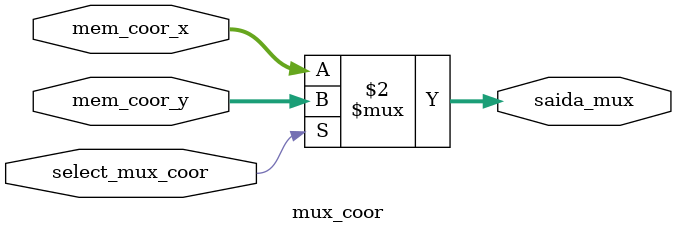
<source format=v>
module mux_coor #(parameter N = 4)(
        input select_mux_coor,
        input [N-1:0] mem_coor_x,
        input [N-1:0] mem_coor_y,
        output [N-1:0] saida_mux
        );

        parameter select_mem_coor_x = 1'b0;

        assign saida_mux = select_mux_coor == select_mem_coor_x ? mem_coor_x : mem_coor_y;
endmodule





</source>
